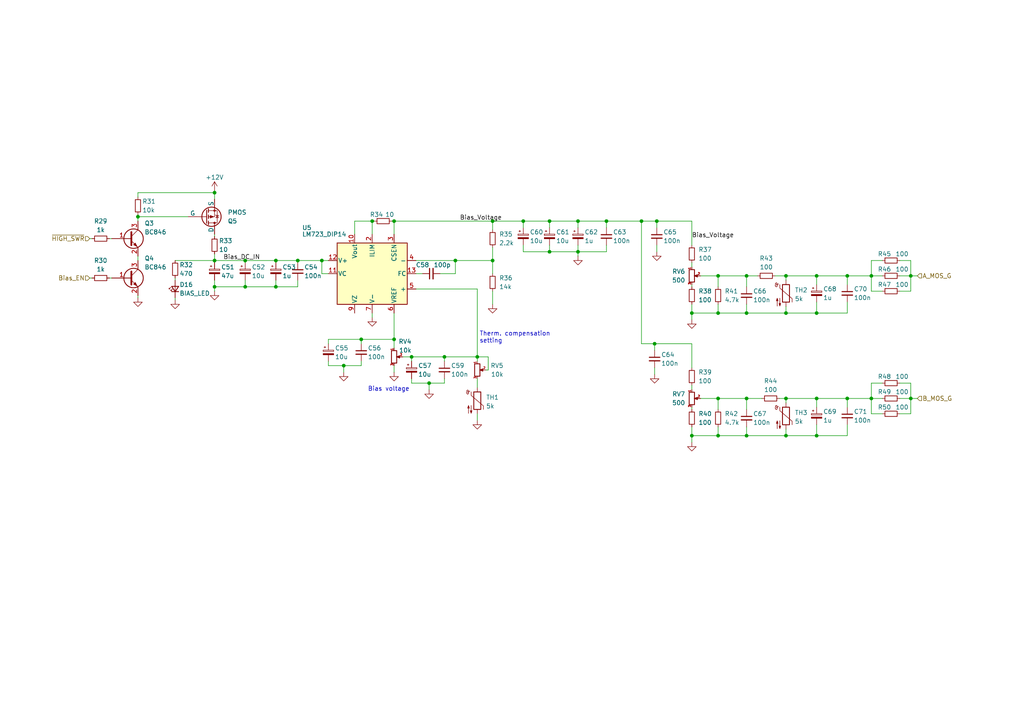
<source format=kicad_sch>
(kicad_sch (version 20230121) (generator eeschema)
  (paper "A4")
  (title_block (title "600 W LDMOS HF RF Amplifier - Forte") (date "2023-07-08") (rev "1.1") (company "SP6GK") (comment 1 "RF pallet") (comment 2 "Bias network"))
  (lib_symbols
    (symbol "Device:C_Polarized_Small" (pin_numbers hide) (pin_names (offset 0.254) hide)
      (property "Reference" "C" (at 0.254 1.778 0))
      (property "Value" "C_Polarized_Small" (at 0.254 -2.032 0))
      (symbol "C_Polarized_Small_0_1"
        (rectangle (start -1.524 -0.3048) (end 1.524 -0.6858) (fill (type outline)))
        (rectangle (start -1.524 0.6858) (end 1.524 0.3048))
        (polyline (pts (xy -1.27 1.524) (xy -0.762 1.524)))
        (polyline (pts (xy -1.016 1.27) (xy -1.016 1.778)))
      )
      (symbol "C_Polarized_Small_1_1"
        (pin passive line (at 0 2.54 270) (length 1.8542) (name "~") (number "1"))
        (pin passive line (at 0 -2.54 90) (length 1.8542) (name "~") (number "2"))
      )
    )
    (symbol "Device:C_Small" (pin_numbers hide) (pin_names (offset 0.254) hide)
      (property "Reference" "C" (at 0.254 1.778 0))
      (property "Value" "C_Small" (at 0.254 -2.032 0))
      (symbol "C_Small_0_1"
        (polyline (pts (xy -1.524 -0.508) (xy 1.524 -0.508)) (stroke (width 0.3302)))
        (polyline (pts (xy -1.524 0.508) (xy 1.524 0.508)) (stroke (width 0.3048)))
      )
      (symbol "C_Small_1_1"
        (pin passive line (at 0 2.54 270) (length 2.032) (name "~") (number "1"))
        (pin passive line (at 0 -2.54 90) (length 2.032) (name "~") (number "2"))
      )
    )
    (symbol "Device:LED_Small" (pin_numbers hide) (pin_names (offset 0.254) hide)
      (property "Reference" "D" (at -1.27 3.175 0))
      (property "Value" "LED_Small" (at -4.445 -2.54 0))
      (symbol "LED_Small_0_1"
        (polyline (pts (xy -0.762 -1.016) (xy -0.762 1.016)) (stroke (width 0.254)))
        (polyline (pts (xy 1.016 0) (xy -0.762 0)))
        (polyline (pts (xy 0.762 -1.016) (xy -0.762 0) (xy 0.762 1.016) (xy 0.762 -1.016)) (stroke (width 0.254)))
        (polyline (pts (xy 0 0.762) (xy -0.508 1.27) (xy -0.254 1.27) (xy -0.508 1.27) (xy -0.508 1.016)))
        (polyline (pts (xy 0.508 1.27) (xy 0 1.778) (xy 0.254 1.778) (xy 0 1.778) (xy 0 1.524)))
      )
      (symbol "LED_Small_1_1"
        (pin passive line (at -2.54 0 0) (length 1.778) (name "K") (number "1"))
        (pin passive line (at 2.54 0 180) (length 1.778) (name "A") (number "2"))
      )
    )
    (symbol "Device:R_Potentiometer_Small" (pin_names (offset 1.016) hide)
      (property "Reference" "RV" (at -4.445 0 90))
      (property "Value" "R_Potentiometer_Small" (at -2.54 0 90))
      (symbol "R_Potentiometer_Small_0_1"
        (polyline (pts (xy 0.889 0) (xy 0.635 0) (xy 1.651 0.381) (xy 1.651 -0.381) (xy 0.635 0) (xy 0.889 0)) (fill (type outline)))
        (rectangle (start 0.762 1.8034) (end -0.762 -1.8034) (stroke (width 0.254)))
      )
      (symbol "R_Potentiometer_Small_1_1"
        (pin passive line (at 0 2.54 270) (length 0.635) (name "1") (number "1"))
        (pin passive line (at 2.54 0 180) (length 0.9906) (name "2") (number "2"))
        (pin passive line (at 0 -2.54 90) (length 0.635) (name "3") (number "3"))
      )
    )
    (symbol "Device:R_Small" (pin_numbers hide) (pin_names (offset 0.254) hide)
      (property "Reference" "R" (at 0.762 0.508 0))
      (property "Value" "R_Small" (at 0.762 -1.016 0))
      (symbol "R_Small_0_1"
        (rectangle (start -0.762 1.778) (end 0.762 -1.778) (stroke (width 0.2032)))
      )
      (symbol "R_Small_1_1"
        (pin passive line (at 0 2.54 270) (length 0.762) (name "~") (number "1"))
        (pin passive line (at 0 -2.54 90) (length 0.762) (name "~") (number "2"))
      )
    )
    (symbol "Device:Thermistor_NTC" (pin_numbers hide) (pin_names (offset 0))
      (property "Reference" "TH" (at -4.445 0 90))
      (property "Value" "Thermistor_NTC" (at 3.175 0 90))
      (symbol "Thermistor_NTC_0_1"
        (arc (start -3.048 2.159) (mid -3.0495 2.3143) (end -3.175 2.413))
        (arc (start -3.048 2.159) (mid -2.9736 1.9794) (end -2.794 1.905))
        (arc (start -3.048 2.794) (mid -2.9736 2.6144) (end -2.794 2.54))
        (arc (start -2.794 1.905) (mid -2.6144 1.9794) (end -2.54 2.159))
        (arc (start -2.794 2.54) (mid -2.4393 2.5587) (end -2.159 2.794))
        (arc (start -2.794 3.048) (mid -2.9736 2.9736) (end -3.048 2.794))
        (arc (start -2.54 2.794) (mid -2.6144 2.9736) (end -2.794 3.048))
        (rectangle (start -1.016 2.54) (end 1.016 -2.54) (stroke (width 0.254)))
        (polyline (pts (xy -2.54 2.159) (xy -2.54 2.794)))
        (polyline (pts (xy -1.778 2.54) (xy -1.778 1.524) (xy 1.778 -1.524) (xy 1.778 -2.54)))
        (polyline (pts (xy -2.54 -3.683) (xy -2.54 -1.397) (xy -2.794 -2.159) (xy -2.286 -2.159) (xy -2.54 -1.397) (xy -2.54 -1.651)) (fill (type outline)))
        (polyline (pts (xy -1.778 -1.397) (xy -1.778 -3.683) (xy -2.032 -2.921) (xy -1.524 -2.921) (xy -1.778 -3.683) (xy -1.778 -3.429)) (fill (type outline)))
      )
      (symbol "Thermistor_NTC_1_1"
        (pin passive line (at 0 3.81 270) (length 1.27) (name "~") (number "1"))
        (pin passive line (at 0 -3.81 90) (length 1.27) (name "~") (number "2"))
      )
    )
    (symbol "LM723_DIP14_1" (pin_names (offset 0.254))
      (property "Reference" "U7" (at 8.255 12.065 0))
      (property "Value" "LM723_DIP14" (at 8.255 10.16 0))
      (symbol "LM723_DIP14_1_0_1"
        (rectangle (start -10.16 8.89) (end 10.16 -8.89) (stroke (width 0.254)) (fill (type background)))
      )
      (symbol "LM723_DIP14_1_1_1"
        (pin no_connect line (at -13.335 17.145 0) (length 2.54) hide (name "NC") (number "1"))
        (pin power_out line (at -5.08 11.43 270) (length 2.54) (name "Vout") (number "10"))
        (pin power_in line (at -12.7 0 0) (length 2.54) (name "VC") (number "11"))
        (pin power_in line (at -12.7 3.81 0) (length 2.54) (name "V+") (number "12"))
        (pin input line (at 12.7 0 180) (length 2.54) (name "FC") (number "13"))
        (pin no_connect line (at -19.685 17.78 0) (length 2.54) hide (name "NC") (number "14"))
        (pin input line (at 0 11.43 270) (length 2.54) (name "ILIM") (number "2"))
        (pin input line (at 6.35 11.43 270) (length 2.54) (name "CSEN") (number "3"))
        (pin input line (at 12.7 3.81 180) (length 2.54) (name "-") (number "4"))
        (pin input line (at 12.7 -4.445 180) (length 2.54) (name "+") (number "5"))
        (pin power_out line (at 6.35 -11.43 90) (length 2.54) (name "VREF") (number "6"))
        (pin power_in line (at 0 -11.43 90) (length 2.54) (name "V-") (number "7"))
        (pin no_connect line (at -8.89 18.415 0) (length 2.54) hide (name "NC") (number "8"))
        (pin input line (at -5.08 -11.43 90) (length 2.54) (name "VZ") (number "9"))
      )
    )
    (symbol "Simulation_SPICE:PMOS" (pin_numbers hide) (pin_names (offset 0))
      (property "Reference" "Q2" (at 6.35 1.27 0))
      (property "Value" "PMOS" (at 6.35 -1.27 0))
      (symbol "PMOS_0_1"
        (polyline (pts (xy 0.254 0) (xy -2.54 0)))
        (polyline (pts (xy 0.254 1.905) (xy 0.254 -1.905)) (stroke (width 0.254)))
        (polyline (pts (xy 0.762 -1.27) (xy 0.762 -2.286)) (stroke (width 0.254)))
        (polyline (pts (xy 0.762 0.508) (xy 0.762 -0.508)) (stroke (width 0.254)))
        (polyline (pts (xy 0.762 2.286) (xy 0.762 1.27)) (stroke (width 0.254)))
        (polyline (pts (xy 2.54 2.54) (xy 2.54 1.778)))
        (polyline (pts (xy 2.54 -2.54) (xy 2.54 0) (xy 0.762 0)))
        (polyline (pts (xy 0.762 1.778) (xy 3.302 1.778) (xy 3.302 -1.778) (xy 0.762 -1.778)))
        (polyline (pts (xy 2.286 0) (xy 1.27 0.381) (xy 1.27 -0.381) (xy 2.286 0)) (fill (type outline)))
        (polyline (pts (xy 2.794 -0.508) (xy 2.921 -0.381) (xy 3.683 -0.381) (xy 3.81 -0.254)))
        (polyline (pts (xy 3.302 -0.381) (xy 2.921 0.254) (xy 3.683 0.254) (xy 3.302 -0.381)))
        (circle (center 1.651 0) (radius 2.794) (stroke (width 0.254)))
        (circle (center 2.54 -1.778) (radius 0.254) (fill (type outline)))
        (circle (center 2.54 1.778) (radius 0.254) (fill (type outline)))
      )
      (symbol "PMOS_1_1"
        (pin input line (at -5.08 0 0) (length 2.54) (name "G") (number "1"))
        (pin passive line (at 2.54 -5.08 90) (length 2.54) (name "S") (number "2"))
        (pin passive line (at 2.54 5.08 270) (length 2.54) (name "D") (number "3"))
      )
    )
    (symbol "Transistor_BJT:BC846" (pin_names (offset 0) hide)
      (property "Reference" "Q" (at 5.08 1.905 0))
      (property "Value" "BC846" (at 5.08 0 0))
      (symbol "BC846_0_1"
        (polyline (pts (xy 0.635 0.635) (xy 2.54 2.54)))
        (polyline (pts (xy 0.635 -0.635) (xy 2.54 -2.54) (xy 2.54 -2.54)))
        (polyline (pts (xy 0.635 1.905) (xy 0.635 -1.905) (xy 0.635 -1.905)) (stroke (width 0.508)))
        (polyline (pts (xy 1.27 -1.778) (xy 1.778 -1.27) (xy 2.286 -2.286) (xy 1.27 -1.778) (xy 1.27 -1.778)) (fill (type outline)))
        (circle (center 1.27 0) (radius 2.8194) (stroke (width 0.254)))
      )
      (symbol "BC846_1_1"
        (pin input line (at -5.08 0 0) (length 5.715) (name "B") (number "1"))
        (pin passive line (at 2.54 -5.08 90) (length 2.54) (name "E") (number "2"))
        (pin passive line (at 2.54 5.08 270) (length 2.54) (name "C") (number "3"))
      )
    )
    (symbol "power:+12V" (power) (pin_names (offset 0))
      (property "Value" "+12V" (at 0 3.556 0))
      (symbol "+12V_0_1"
        (polyline (pts (xy -0.762 1.27) (xy 0 2.54)))
        (polyline (pts (xy 0 0) (xy 0 2.54)))
        (polyline (pts (xy 0 2.54) (xy 0.762 1.27)))
      )
      (symbol "+12V_1_1"
        (pin power_in line (at 0 0 90) (length 0) hide (name "+12V") (number "1"))
      )
    )
    (symbol "power:GND" (power) (pin_names (offset 0))
      (property "Value" "GND" (at 0 -3.81 0))
      (symbol "GND_0_1"
        (polyline (pts (xy 0 0) (xy 0 -1.27) (xy 1.27 -1.27) (xy 0 -2.54) (xy -1.27 -1.27) (xy 0 -1.27)))
      )
      (symbol "GND_1_1"
        (pin power_in line (at 0 0 270) (length 0) hide (name "GND") (number "1"))
      )
    )
  )
  (junction (at 236.855 80.01))
  (junction (at 124.46 111.125))
  (junction (at 227.965 90.805))
  (junction (at 71.12 83.185))
  (junction (at 190.5 64.135))
  (junction (at 159.385 73.025))
  (junction (at 107.95 64.135))
  (junction (at 86.36 75.565))
  (junction (at 104.775 98.425))
  (junction (at 62.23 75.565))
  (junction (at 99.695 106.045))
  (junction (at 216.535 115.57))
  (junction (at 151.765 64.135))
  (junction (at 200.66 90.805))
  (junction (at 40.005 62.865))
  (junction (at 167.64 73.025))
  (junction (at 142.875 64.135))
  (junction (at 200.66 126.365))
  (junction (at 216.535 90.805))
  (junction (at 71.12 75.565))
  (junction (at 114.3 98.425))
  (junction (at 189.865 99.695))
  (junction (at 227.965 80.01))
  (junction (at 114.3 64.135))
  (junction (at 175.895 64.135))
  (junction (at 208.28 90.805))
  (junction (at 80.01 75.565))
  (junction (at 167.64 64.135))
  (junction (at 216.535 126.365))
  (junction (at 227.965 126.365))
  (junction (at 236.855 115.57))
  (junction (at 132.08 75.565))
  (junction (at 236.855 126.365))
  (junction (at 208.28 126.365))
  (junction (at 159.385 64.135))
  (junction (at 245.745 115.57))
  (junction (at 93.345 75.565))
  (junction (at 264.16 80.01))
  (junction (at 264.16 115.57))
  (junction (at 252.73 115.57))
  (junction (at 128.905 103.505))
  (junction (at 62.23 83.185))
  (junction (at 208.28 115.57))
  (junction (at 138.43 103.505))
  (junction (at 216.535 80.01))
  (junction (at 80.01 83.185))
  (junction (at 142.875 75.565))
  (junction (at 186.055 64.135))
  (junction (at 62.23 55.88))
  (junction (at 236.855 90.805))
  (junction (at 119.38 103.505))
  (junction (at 252.73 80.01))
  (junction (at 227.965 115.57))
  (junction (at 208.28 80.01))
  (junction (at 245.745 80.01))
  (wire (pts (xy 99.695 106.045) (xy 99.695 107.95)))
  (wire (pts (xy 200.66 99.695) (xy 200.66 106.68)))
  (wire (pts (xy 167.64 71.12) (xy 167.64 73.025)))
  (wire (pts (xy 128.905 103.505) (xy 128.905 104.775)))
  (wire (pts (xy 252.73 115.57) (xy 255.905 115.57)))
  (wire (pts (xy 107.95 64.135) (xy 102.87 64.135)))
  (wire (pts (xy 120.65 75.565) (xy 132.08 75.565)))
  (wire (pts (xy 159.385 64.135) (xy 159.385 66.04)))
  (wire (pts (xy 175.895 64.135) (xy 175.895 66.04)))
  (wire (pts (xy 62.23 55.88) (xy 62.23 57.785)))
  (wire (pts (xy 159.385 64.135) (xy 167.64 64.135)))
  (wire (pts (xy 245.745 123.19) (xy 245.745 126.365)))
  (wire (pts (xy 141.605 103.505) (xy 138.43 103.505)))
  (wire (pts (xy 216.535 80.01) (xy 216.535 83.185)))
  (wire (pts (xy 95.25 79.375) (xy 93.345 79.375)))
  (wire (pts (xy 107.95 90.805) (xy 107.95 92.075)))
  (wire (pts (xy 189.865 99.695) (xy 186.055 99.695)))
  (wire (pts (xy 208.28 126.365) (xy 216.535 126.365)))
  (wire (pts (xy 190.5 71.12) (xy 190.5 73.025)))
  (wire (pts (xy 255.905 75.565) (xy 252.73 75.565)))
  (wire (pts (xy 203.2 80.01) (xy 208.28 80.01)))
  (wire (pts (xy 252.73 111.125) (xy 252.73 115.57)))
  (wire (pts (xy 175.895 71.12) (xy 175.895 73.025)))
  (wire (pts (xy 104.775 98.425) (xy 104.775 99.695)))
  (wire (pts (xy 252.73 75.565) (xy 252.73 80.01)))
  (wire (pts (xy 114.3 90.805) (xy 114.3 98.425)))
  (wire (pts (xy 208.28 126.365) (xy 208.28 123.825)))
  (wire (pts (xy 86.36 75.565) (xy 93.345 75.565)))
  (wire (pts (xy 227.965 88.9) (xy 227.965 90.805)))
  (wire (pts (xy 216.535 115.57) (xy 216.535 118.745)))
  (wire (pts (xy 71.12 75.565) (xy 80.01 75.565)))
  (wire (pts (xy 236.855 115.57) (xy 245.745 115.57)))
  (wire (pts (xy 216.535 90.805) (xy 216.535 88.265)))
  (wire (pts (xy 167.64 73.025) (xy 175.895 73.025)))
  (wire (pts (xy 200.66 90.805) (xy 208.28 90.805)))
  (wire (pts (xy 236.855 82.55) (xy 236.855 80.01)))
  (wire (pts (xy 208.28 80.01) (xy 208.28 83.185)))
  (wire (pts (xy 200.66 126.365) (xy 208.28 126.365)))
  (wire (pts (xy 86.36 81.28) (xy 86.36 83.185)))
  (wire (pts (xy 99.695 106.045) (xy 95.25 106.045)))
  (wire (pts (xy 200.66 82.55) (xy 200.66 83.185)))
  (wire (pts (xy 124.46 111.125) (xy 128.905 111.125)))
  (wire (pts (xy 189.865 101.6) (xy 189.865 99.695)))
  (wire (pts (xy 104.775 104.775) (xy 104.775 106.045)))
  (wire (pts (xy 167.64 64.135) (xy 167.64 66.04)))
  (wire (pts (xy 227.965 124.46) (xy 227.965 126.365)))
  (wire (pts (xy 113.665 64.135) (xy 114.3 64.135)))
  (wire (pts (xy 31.75 69.215) (xy 32.385 69.215)))
  (wire (pts (xy 142.875 84.455) (xy 142.875 88.265)))
  (wire (pts (xy 255.905 120.015) (xy 252.73 120.015)))
  (wire (pts (xy 236.855 118.11) (xy 236.855 115.57)))
  (wire (pts (xy 159.385 71.12) (xy 159.385 73.025)))
  (wire (pts (xy 151.765 73.025) (xy 159.385 73.025)))
  (wire (pts (xy 119.38 109.855) (xy 119.38 111.125)))
  (wire (pts (xy 62.23 83.185) (xy 62.23 84.455)))
  (wire (pts (xy 200.66 111.76) (xy 200.66 113.03)))
  (wire (pts (xy 227.965 80.01) (xy 227.965 81.28)))
  (wire (pts (xy 114.3 64.135) (xy 142.875 64.135)))
  (wire (pts (xy 127.635 79.375) (xy 132.08 79.375)))
  (wire (pts (xy 93.345 75.565) (xy 93.345 79.375)))
  (wire (pts (xy 252.73 80.01) (xy 255.905 80.01)))
  (wire (pts (xy 252.73 115.57) (xy 252.73 120.015)))
  (wire (pts (xy 140.97 107.315) (xy 141.605 107.315)))
  (wire (pts (xy 26.035 69.215) (xy 26.67 69.215)))
  (wire (pts (xy 208.28 90.805) (xy 216.535 90.805)))
  (wire (pts (xy 236.855 80.01) (xy 245.745 80.01)))
  (wire (pts (xy 186.055 64.135) (xy 190.5 64.135)))
  (wire (pts (xy 224.79 80.01) (xy 227.965 80.01)))
  (wire (pts (xy 236.855 90.805) (xy 245.745 90.805)))
  (wire (pts (xy 142.875 75.565) (xy 142.875 79.375)))
  (wire (pts (xy 26.035 80.645) (xy 26.67 80.645)))
  (wire (pts (xy 151.765 64.135) (xy 159.385 64.135)))
  (wire (pts (xy 40.005 55.88) (xy 62.23 55.88)))
  (wire (pts (xy 260.985 75.565) (xy 264.16 75.565)))
  (wire (pts (xy 208.28 115.57) (xy 216.535 115.57)))
  (wire (pts (xy 200.66 76.2) (xy 200.66 77.47)))
  (wire (pts (xy 132.08 75.565) (xy 142.875 75.565)))
  (wire (pts (xy 93.345 75.565) (xy 95.25 75.565)))
  (wire (pts (xy 189.865 106.68) (xy 189.865 108.585)))
  (wire (pts (xy 40.005 85.725) (xy 40.005 86.36)))
  (wire (pts (xy 260.985 120.015) (xy 264.16 120.015)))
  (wire (pts (xy 80.01 83.185) (xy 86.36 83.185)))
  (wire (pts (xy 264.16 115.57) (xy 264.16 120.015)))
  (wire (pts (xy 80.01 81.28) (xy 80.01 83.185)))
  (wire (pts (xy 40.005 55.88) (xy 40.005 57.15)))
  (wire (pts (xy 151.765 71.12) (xy 151.765 73.025)))
  (wire (pts (xy 62.23 81.28) (xy 62.23 83.185)))
  (wire (pts (xy 138.43 103.505) (xy 138.43 83.82)))
  (wire (pts (xy 189.865 99.695) (xy 200.66 99.695)))
  (wire (pts (xy 227.965 126.365) (xy 236.855 126.365)))
  (wire (pts (xy 138.43 103.505) (xy 138.43 104.775)))
  (wire (pts (xy 116.84 103.505) (xy 119.38 103.505)))
  (wire (pts (xy 264.16 111.125) (xy 264.16 115.57)))
  (wire (pts (xy 200.66 126.365) (xy 200.66 128.27)))
  (wire (pts (xy 245.745 80.01) (xy 252.73 80.01)))
  (wire (pts (xy 236.855 123.19) (xy 236.855 126.365)))
  (wire (pts (xy 151.765 64.135) (xy 151.765 66.04)))
  (wire (pts (xy 138.43 120.015) (xy 138.43 121.92)))
  (wire (pts (xy 50.8 75.565) (xy 62.23 75.565)))
  (wire (pts (xy 62.23 67.945) (xy 62.23 68.58)))
  (wire (pts (xy 245.745 118.11) (xy 245.745 115.57)))
  (wire (pts (xy 40.005 62.865) (xy 54.61 62.865)))
  (wire (pts (xy 108.585 64.135) (xy 107.95 64.135)))
  (wire (pts (xy 226.06 115.57) (xy 227.965 115.57)))
  (wire (pts (xy 208.28 115.57) (xy 208.28 118.745)))
  (wire (pts (xy 200.66 90.805) (xy 200.66 92.71)))
  (wire (pts (xy 71.12 81.28) (xy 71.12 83.185)))
  (wire (pts (xy 227.965 90.805) (xy 236.855 90.805)))
  (wire (pts (xy 203.2 115.57) (xy 208.28 115.57)))
  (wire (pts (xy 245.745 82.55) (xy 245.745 80.01)))
  (wire (pts (xy 50.8 86.36) (xy 50.8 86.995)))
  (wire (pts (xy 264.16 115.57) (xy 266.065 115.57)))
  (wire (pts (xy 190.5 66.04) (xy 190.5 64.135)))
  (wire (pts (xy 245.745 115.57) (xy 252.73 115.57)))
  (wire (pts (xy 120.65 79.375) (xy 122.555 79.375)))
  (wire (pts (xy 124.46 111.125) (xy 124.46 113.03)))
  (wire (pts (xy 216.535 126.365) (xy 216.535 123.825)))
  (wire (pts (xy 62.23 73.66) (xy 62.23 75.565)))
  (wire (pts (xy 80.01 75.565) (xy 80.01 76.2)))
  (wire (pts (xy 138.43 109.855) (xy 138.43 112.395)))
  (wire (pts (xy 264.16 75.565) (xy 264.16 80.01)))
  (wire (pts (xy 132.08 79.375) (xy 132.08 75.565)))
  (wire (pts (xy 62.23 75.565) (xy 62.23 76.2)))
  (wire (pts (xy 104.775 106.045) (xy 99.695 106.045)))
  (wire (pts (xy 114.3 106.045) (xy 114.3 107.95)))
  (wire (pts (xy 200.66 118.11) (xy 200.66 118.745)))
  (wire (pts (xy 200.66 64.135) (xy 200.66 71.12)))
  (wire (pts (xy 62.23 75.565) (xy 71.12 75.565)))
  (wire (pts (xy 31.75 80.645) (xy 32.385 80.645)))
  (wire (pts (xy 40.005 62.23) (xy 40.005 62.865)))
  (wire (pts (xy 227.965 115.57) (xy 227.965 116.84)))
  (wire (pts (xy 167.64 73.025) (xy 167.64 74.295)))
  (wire (pts (xy 107.95 64.135) (xy 107.95 67.945)))
  (wire (pts (xy 114.3 98.425) (xy 114.3 100.965)))
  (wire (pts (xy 114.3 98.425) (xy 104.775 98.425)))
  (wire (pts (xy 216.535 126.365) (xy 227.965 126.365)))
  (wire (pts (xy 102.87 64.135) (xy 102.87 67.945)))
  (wire (pts (xy 208.28 80.01) (xy 216.535 80.01)))
  (wire (pts (xy 142.875 64.135) (xy 151.765 64.135)))
  (wire (pts (xy 236.855 126.365) (xy 245.745 126.365)))
  (wire (pts (xy 260.985 111.125) (xy 264.16 111.125)))
  (wire (pts (xy 190.5 64.135) (xy 200.66 64.135)))
  (wire (pts (xy 260.985 80.01) (xy 264.16 80.01)))
  (wire (pts (xy 227.965 115.57) (xy 236.855 115.57)))
  (wire (pts (xy 260.985 115.57) (xy 264.16 115.57)))
  (wire (pts (xy 40.005 62.865) (xy 40.005 64.135)))
  (wire (pts (xy 142.875 66.675) (xy 142.875 64.135)))
  (wire (pts (xy 95.25 98.425) (xy 104.775 98.425)))
  (wire (pts (xy 200.66 123.825) (xy 200.66 126.365)))
  (wire (pts (xy 186.055 99.695) (xy 186.055 64.135)))
  (wire (pts (xy 208.28 90.805) (xy 208.28 88.265)))
  (wire (pts (xy 252.73 80.01) (xy 252.73 84.455)))
  (wire (pts (xy 80.01 75.565) (xy 86.36 75.565)))
  (wire (pts (xy 62.23 55.245) (xy 62.23 55.88)))
  (wire (pts (xy 167.64 64.135) (xy 175.895 64.135)))
  (wire (pts (xy 119.38 111.125) (xy 124.46 111.125)))
  (wire (pts (xy 245.745 87.63) (xy 245.745 90.805)))
  (wire (pts (xy 95.25 106.045) (xy 95.25 104.775)))
  (wire (pts (xy 216.535 115.57) (xy 220.98 115.57)))
  (wire (pts (xy 138.43 83.82) (xy 120.65 83.82)))
  (wire (pts (xy 62.23 83.185) (xy 71.12 83.185)))
  (wire (pts (xy 216.535 80.01) (xy 219.71 80.01)))
  (wire (pts (xy 141.605 107.315) (xy 141.605 103.505)))
  (wire (pts (xy 264.16 80.01) (xy 266.065 80.01)))
  (wire (pts (xy 128.905 103.505) (xy 138.43 103.505)))
  (wire (pts (xy 255.905 111.125) (xy 252.73 111.125)))
  (wire (pts (xy 200.66 88.265) (xy 200.66 90.805)))
  (wire (pts (xy 260.985 84.455) (xy 264.16 84.455)))
  (wire (pts (xy 236.855 87.63) (xy 236.855 90.805)))
  (wire (pts (xy 175.895 64.135) (xy 186.055 64.135)))
  (wire (pts (xy 95.25 99.695) (xy 95.25 98.425)))
  (wire (pts (xy 227.965 80.01) (xy 236.855 80.01)))
  (wire (pts (xy 40.005 74.295) (xy 40.005 75.565)))
  (wire (pts (xy 71.12 83.185) (xy 80.01 83.185)))
  (wire (pts (xy 128.905 109.855) (xy 128.905 111.125)))
  (wire (pts (xy 119.38 103.505) (xy 128.905 103.505)))
  (wire (pts (xy 114.3 64.135) (xy 114.3 67.945)))
  (wire (pts (xy 216.535 90.805) (xy 227.965 90.805)))
  (wire (pts (xy 119.38 103.505) (xy 119.38 104.775)))
  (wire (pts (xy 255.905 84.455) (xy 252.73 84.455)))
  (wire (pts (xy 71.12 75.565) (xy 71.12 76.2)))
  (wire (pts (xy 264.16 80.01) (xy 264.16 84.455)))
  (wire (pts (xy 142.875 71.755) (xy 142.875 75.565)))
  (wire (pts (xy 86.36 75.565) (xy 86.36 76.2)))
  (wire (pts (xy 50.8 80.645) (xy 50.8 81.28)))
  (wire (pts (xy 159.385 73.025) (xy 167.64 73.025)))
  (text "Bias voltage" (at 106.68 113.665 0) (effects (font (size 1.27 1.27)) (justify left bottom)))
  (text "Therm. compensation\nsetting" (at 139.065 99.695 0) (effects (font (size 1.27 1.27)) (justify left bottom)))
  (label "Bias_Voltage" (at 200.66 69.215 0))
  (label "Bias_DC_IN" (at 64.77 75.565 0))
  (label "Bias_Voltage" (at 133.35 64.135 0))
  (hierarchical_label "A_MOS_G" (shape input) (at 266.065 80.01 0))
  (hierarchical_label "~{HIGH_SWR}" (shape input) (at 26.035 69.215 180))
  (hierarchical_label "Bias_EN" (shape input) (at 26.035 80.645 180))
  (hierarchical_label "B_MOS_G" (shape input) (at 266.065 115.57 0))
  (symbol (lib_id "Device:R_Small") (at 200.66 73.66 0) (unit 1)
    (property "Reference" "R37" (at 202.565 72.39 0) (effects (justify left)))
    (property "Value" "100" (at 202.565 74.93 0) (effects (justify left)))
    (property "Footprint" "Resistor_SMD:R_1812_4532Metric_Pad1.30x3.40mm_HandSolder" (effects hide))
  )
  (symbol (lib_id "Simulation_SPICE:PMOS") (at 59.69 62.865 0) (mirror x) (unit 1)
    (property "Reference" "Q5" (at 66.04 64.135 0) (effects (justify left)))
    (property "Value" "PMOS" (at 66.04 61.595 0) (effects (justify left)))
    (property "Footprint" "Package_TO_SOT_SMD:SOT-23" (effects hide))
    (property "Datasheet" "https://ngspice.sourceforge.io/docs/ngspice-manual.pdf" (effects hide))
    (property "Sim.Device" "PMOS" (effects hide))
    (property "Sim.Type" "VDMOS" (effects hide))
    (property "Sim.Pins" "1=D 2=G 3=S" (effects hide))
  )
  (symbol (lib_id "Device:R_Small") (at 29.21 69.215 90) (unit 1)
    (property "Reference" "R29" (at 29.21 64.135 90))
    (property "Value" "1k" (at 29.21 66.675 90))
    (property "Footprint" "Resistor_SMD:R_0603_1608Metric_Pad0.98x0.95mm_HandSolder" (effects hide))
  )
  (symbol (lib_id "Device:C_Polarized_Small") (at 236.855 85.09 0) (unit 1)
    (property "Reference" "C68" (at 238.76 83.82 0) (effects (justify left)))
    (property "Value" "1u" (at 238.76 86.36 0) (effects (justify left)))
    (property "Footprint" "Capacitor_SMD:C_0805_2012Metric_Pad1.18x1.45mm_HandSolder" (effects hide))
  )
  (symbol (lib_id "power:GND") (at 40.005 86.36 0) (unit 1)
    (property "Reference" "#PWR056" (effects hide))
    (property "Value" "GND" (effects hide))
  )
  (symbol (lib_id "Device:C_Small") (at 104.775 102.235 0) (unit 1)
    (property "Reference" "C56" (at 106.68 100.965 0) (effects (justify left)))
    (property "Value" "100n" (at 106.68 103.505 0) (effects (justify left)))
    (property "Footprint" "Capacitor_SMD:C_0805_2012Metric_Pad1.18x1.45mm_HandSolder" (effects hide))
  )
  (symbol (lib_id "Device:R_Small") (at 29.21 80.645 90) (unit 1)
    (property "Reference" "R30" (at 29.21 75.565 90))
    (property "Value" "1k" (at 29.21 78.105 90))
    (property "Footprint" "Resistor_SMD:R_0603_1608Metric_Pad0.98x0.95mm_HandSolder" (effects hide))
  )
  (symbol (lib_id "power:GND") (at 190.5 73.025 0) (unit 1)
    (property "Reference" "#PWR068" (effects hide))
    (property "Value" "GND" (effects hide))
  )
  (symbol (lib_id "Device:R_Small") (at 200.66 109.22 0) (unit 1)
    (property "Reference" "R39" (at 202.565 107.95 0) (effects (justify left)))
    (property "Value" "100" (at 202.565 110.49 0) (effects (justify left)))
    (property "Footprint" "Resistor_SMD:R_1812_4532Metric_Pad1.30x3.40mm_HandSolder" (effects hide))
  )
  (symbol (lib_id "Device:R_Small") (at 223.52 115.57 90) (unit 1)
    (property "Reference" "R44" (at 223.52 110.49 90))
    (property "Value" "100" (at 223.52 113.03 90))
    (property "Footprint" "Resistor_SMD:R_1812_4532Metric_Pad1.30x3.40mm_HandSolder" (effects hide))
  )
  (symbol (lib_id "Device:R_Small") (at 142.875 69.215 0) (unit 1)
    (property "Reference" "R35" (at 144.78 67.945 0) (effects (justify left)))
    (property "Value" "2.2k" (at 144.78 70.485 0) (effects (justify left)))
    (property "Footprint" "Resistor_SMD:R_0805_2012Metric_Pad1.20x1.40mm_HandSolder" (effects hide))
  )
  (symbol (lib_id "Device:C_Small") (at 216.535 121.285 0) (unit 1)
    (property "Reference" "C67" (at 218.44 120.015 0) (effects (justify left)))
    (property "Value" "100n" (at 218.44 122.555 0) (effects (justify left)))
    (property "Footprint" "Capacitor_SMD:C_0805_2012Metric_Pad1.18x1.45mm_HandSolder" (effects hide))
  )
  (symbol (lib_id "power:GND") (at 189.865 108.585 0) (unit 1)
    (property "Reference" "#PWR067" (effects hide))
    (property "Value" "GND" (effects hide))
  )
  (symbol (lib_id "Device:C_Polarized_Small") (at 159.385 68.58 0) (unit 1)
    (property "Reference" "C61" (at 161.29 67.31 0) (effects (justify left)))
    (property "Value" "10u" (at 161.29 69.85 0) (effects (justify left)))
    (property "Footprint" "Capacitor_SMD:C_0805_2012Metric_Pad1.18x1.45mm_HandSolder" (effects hide))
  )
  (symbol (lib_id "Device:C_Small") (at 216.535 85.725 0) (unit 1)
    (property "Reference" "C66" (at 218.44 84.455 0) (effects (justify left)))
    (property "Value" "100n" (at 218.44 86.995 0) (effects (justify left)))
    (property "Footprint" "Capacitor_SMD:C_0805_2012Metric_Pad1.18x1.45mm_HandSolder" (effects hide))
  )
  (symbol (lib_id "Device:C_Small") (at 189.865 104.14 0) (unit 1)
    (property "Reference" "C64" (at 191.77 102.87 0) (effects (justify left)))
    (property "Value" "100n" (at 191.77 105.41 0) (effects (justify left)))
    (property "Footprint" "Capacitor_SMD:C_0805_2012Metric_Pad1.18x1.45mm_HandSolder" (effects hide))
  )
  (symbol (lib_id "power:GND") (at 99.695 107.95 0) (unit 1)
    (property "Reference" "#PWR060" (effects hide))
    (property "Value" "GND" (effects hide))
  )
  (symbol (lib_id "Transistor_BJT:BC846") (at 37.465 80.645 0) (unit 1)
    (property "Reference" "Q4" (at 41.91 74.93 0) (effects (justify left)))
    (property "Value" "BC846" (at 41.91 77.47 0) (effects (justify left)))
    (property "Footprint" "Package_TO_SOT_SMD:SOT-23" (effects hide))
    (property "Datasheet" "https://assets.nexperia.com/documents/data-sheet/BC846_SER.pdf" (effects hide))
  )
  (symbol (lib_id "Device:C_Small") (at 175.895 68.58 0) (unit 1)
    (property "Reference" "C63" (at 177.8 67.31 0) (effects (justify left)))
    (property "Value" "100n" (at 177.8 69.85 0) (effects (justify left)))
    (property "Footprint" "Capacitor_SMD:C_0805_2012Metric_Pad1.18x1.45mm_HandSolder" (effects hide))
  )
  (symbol (lib_id "Device:R_Small") (at 208.28 121.285 0) (unit 1)
    (property "Reference" "R42" (at 210.185 120.015 0) (effects (justify left)))
    (property "Value" "4.7k" (at 210.185 122.555 0) (effects (justify left)))
    (property "Footprint" "Capacitor_SMD:C_0805_2012Metric_Pad1.18x1.45mm_HandSolder" (effects hide))
  )
  (symbol (lib_id "power:GND") (at 167.64 74.295 0) (unit 1)
    (property "Reference" "#PWR066" (effects hide))
    (property "Value" "GND" (effects hide))
  )
  (symbol (lib_id "Device:LED_Small") (at 50.8 83.82 90) (unit 1)
    (property "Reference" "D16" (at 52.07 82.55 90) (effects (justify right)))
    (property "Value" "BIAS_LED" (at 52.07 85.09 90) (effects (justify right)))
    (property "Footprint" "LED_SMD:LED_0805_2012Metric_Pad1.15x1.40mm_HandSolder" (effects hide))
  )
  (symbol (lib_id "power:GND") (at 114.3 107.95 0) (unit 1)
    (property "Reference" "#PWR062" (effects hide))
    (property "Value" "GND" (effects hide))
  )
  (symbol (lib_id "Device:C_Polarized_Small") (at 236.855 120.65 0) (unit 1)
    (property "Reference" "C69" (at 238.76 119.38 0) (effects (justify left)))
    (property "Value" "1u" (at 238.76 121.92 0) (effects (justify left)))
    (property "Footprint" "Capacitor_SMD:C_0805_2012Metric_Pad1.18x1.45mm_HandSolder" (effects hide))
  )
  (symbol (lib_id "Device:R_Small") (at 258.445 75.565 90) (unit 1)
    (property "Reference" "R45" (at 256.54 73.66 90))
    (property "Value" "100" (at 261.62 73.66 90))
    (property "Footprint" "Resistor_SMD:R_1812_4532Metric_Pad1.30x3.40mm_HandSolder" (effects hide))
  )
  (symbol (lib_id "Device:C_Small") (at 125.095 79.375 90) (unit 1)
    (property "Reference" "C58" (at 122.555 76.835 90))
    (property "Value" "100p" (at 128.27 76.835 90))
    (property "Footprint" "Capacitor_SMD:C_1206_3216Metric_Pad1.33x1.80mm_HandSolder" (effects hide))
  )
  (symbol (lib_id "power:GND") (at 50.8 86.995 0) (unit 1)
    (property "Reference" "#PWR057" (effects hide))
    (property "Value" "GND" (effects hide))
  )
  (symbol (lib_id "Device:R_Potentiometer_Small") (at 200.66 115.57 0) (unit 1)
    (property "Reference" "RV7" (at 198.755 114.3 0) (effects (justify right)))
    (property "Value" "500" (at 198.755 116.84 0) (effects (justify right)))
    (property "Footprint" "Potentiometer_SMD:Potentiometer_Bourns_3269W_Vertical" (effects hide))
  )
  (symbol (lib_id "power:GND") (at 142.875 88.265 0) (unit 1)
    (property "Reference" "#PWR065" (effects hide))
    (property "Value" "GND" (effects hide))
  )
  (symbol (lib_id "Device:R_Small") (at 258.445 115.57 90) (unit 1)
    (property "Reference" "R49" (at 256.54 113.665 90))
    (property "Value" "100" (at 261.62 113.665 90))
    (property "Footprint" "Resistor_SMD:R_1812_4532Metric_Pad1.30x3.40mm_HandSolder" (effects hide))
  )
  (symbol (lib_id "Device:C_Polarized_Small") (at 151.765 68.58 0) (unit 1)
    (property "Reference" "C60" (at 153.67 67.31 0) (effects (justify left)))
    (property "Value" "10u" (at 153.67 69.85 0) (effects (justify left)))
    (property "Footprint" "Capacitor_SMD:C_0805_2012Metric_Pad1.18x1.45mm_HandSolder" (effects hide))
  )
  (symbol (lib_id "power:GND") (at 62.23 84.455 0) (unit 1)
    (property "Reference" "#PWR059" (effects hide))
    (property "Value" "GND" (effects hide))
  )
  (symbol (lib_id "Device:C_Small") (at 245.745 120.65 0) (unit 1)
    (property "Reference" "C71" (at 247.65 119.38 0) (effects (justify left)))
    (property "Value" "100n" (at 247.65 121.92 0) (effects (justify left)))
    (property "Footprint" "Capacitor_SMD:C_0805_2012Metric_Pad1.18x1.45mm_HandSolder" (effects hide))
  )
  (symbol (lib_id "Device:R_Small") (at 208.28 85.725 0) (unit 1)
    (property "Reference" "R41" (at 210.185 84.455 0) (effects (justify left)))
    (property "Value" "4.7k" (at 210.185 86.995 0) (effects (justify left)))
    (property "Footprint" "Capacitor_SMD:C_0805_2012Metric_Pad1.18x1.45mm_HandSolder" (effects hide))
  )
  (symbol (lib_id "Device:R_Small") (at 258.445 111.125 90) (unit 1)
    (property "Reference" "R48" (at 256.54 109.22 90))
    (property "Value" "100" (at 261.62 109.22 90))
    (property "Footprint" "Resistor_SMD:R_1812_4532Metric_Pad1.30x3.40mm_HandSolder" (effects hide))
  )
  (symbol (lib_id "Device:C_Small") (at 86.36 78.74 0) (unit 1)
    (property "Reference" "C54" (at 88.265 77.47 0) (effects (justify left)))
    (property "Value" "100n" (at 88.265 80.01 0) (effects (justify left)))
    (property "Footprint" "Capacitor_SMD:C_0805_2012Metric_Pad1.18x1.45mm_HandSolder" (effects hide))
  )
  (symbol (lib_id "Device:C_Polarized_Small") (at 62.23 78.74 0) (unit 1)
    (property "Reference" "C51" (at 64.135 77.47 0) (effects (justify left)))
    (property "Value" "47u" (at 64.135 80.01 0) (effects (justify left)))
    (property "Footprint" "Capacitor_SMD:CP_Elec_10x10.5" (effects hide))
  )
  (symbol (lib_id "Device:C_Small") (at 128.905 107.315 0) (unit 1)
    (property "Reference" "C59" (at 130.81 106.045 0) (effects (justify left)))
    (property "Value" "100n" (at 130.81 108.585 0) (effects (justify left)))
    (property "Footprint" "Capacitor_SMD:C_0805_2012Metric_Pad1.18x1.45mm_HandSolder" (effects hide))
  )
  (symbol (lib_id "Device:Thermistor_NTC") (at 138.43 116.205 0) (unit 1)
    (property "Reference" "TH1" (at 140.97 115.2525 0) (effects (justify left)))
    (property "Value" "5k" (at 140.97 117.7925 0) (effects (justify left)))
    (property "Footprint" "Resistor_THT:R_Axial_DIN0207_L6.3mm_D2.5mm_P2.54mm_Vertical" (effects hide))
  )
  (symbol (lib_id "Device:R_Small") (at 200.66 121.285 0) (unit 1)
    (property "Reference" "R40" (at 202.565 120.015 0) (effects (justify left)))
    (property "Value" "100" (at 202.565 122.555 0) (effects (justify left)))
    (property "Footprint" "Resistor_SMD:R_1812_4532Metric_Pad1.30x3.40mm_HandSolder" (effects hide))
  )
  (symbol (lib_id "Device:R_Small") (at 200.66 85.725 0) (unit 1)
    (property "Reference" "R38" (at 202.565 84.455 0) (effects (justify left)))
    (property "Value" "100" (at 202.565 86.995 0) (effects (justify left)))
    (property "Footprint" "Resistor_SMD:R_1812_4532Metric_Pad1.30x3.40mm_HandSolder" (effects hide))
  )
  (symbol (lib_id "Device:R_Small") (at 111.125 64.135 90) (unit 1)
    (property "Reference" "R34" (at 109.22 62.23 90))
    (property "Value" "10" (at 113.03 62.23 90))
    (property "Footprint" "Resistor_SMD:R_0805_2012Metric_Pad1.20x1.40mm_HandSolder" (effects hide))
  )
  (symbol (lib_id "Device:R_Small") (at 62.23 71.12 0) (unit 1)
    (property "Reference" "R33" (at 63.5 69.85 0) (effects (justify left)))
    (property "Value" "10" (at 63.5 72.39 0) (effects (justify left)))
    (property "Footprint" "Resistor_SMD:R_0805_2012Metric_Pad1.20x1.40mm_HandSolder" (effects hide))
  )
  (symbol (lib_id "Device:Thermistor_NTC") (at 227.965 120.65 0) (unit 1)
    (property "Reference" "TH3" (at 230.505 119.6975 0) (effects (justify left)))
    (property "Value" "5k" (at 230.505 122.2375 0) (effects (justify left)))
    (property "Footprint" "Resistor_THT:R_Axial_DIN0207_L6.3mm_D2.5mm_P2.54mm_Vertical" (effects hide))
  )
  (symbol (lib_id "Device:C_Polarized_Small") (at 167.64 68.58 0) (unit 1)
    (property "Reference" "C62" (at 169.545 67.31 0) (effects (justify left)))
    (property "Value" "1u" (at 169.545 69.85 0) (effects (justify left)))
    (property "Footprint" "Capacitor_SMD:C_0805_2012Metric_Pad1.18x1.45mm_HandSolder" (effects hide))
  )
  (symbol (lib_id "power:GND") (at 107.95 92.075 0) (unit 1)
    (property "Reference" "#PWR061" (effects hide))
    (property "Value" "GND" (effects hide))
  )
  (symbol (lib_id "power:GND") (at 200.66 128.27 0) (unit 1)
    (property "Reference" "#PWR070" (effects hide))
    (property "Value" "GND" (effects hide))
  )
  (symbol (lib_id "Device:C_Polarized_Small") (at 95.25 102.235 0) (unit 1)
    (property "Reference" "C55" (at 97.155 100.965 0) (effects (justify left)))
    (property "Value" "10u" (at 97.155 103.505 0) (effects (justify left)))
    (property "Footprint" "Capacitor_SMD:C_0805_2012Metric_Pad1.18x1.45mm_HandSolder" (effects hide))
  )
  (symbol (lib_id "Device:C_Polarized_Small") (at 119.38 107.315 0) (unit 1)
    (property "Reference" "C57" (at 121.285 106.045 0) (effects (justify left)))
    (property "Value" "10u" (at 121.285 108.585 0) (effects (justify left)))
    (property "Footprint" "Capacitor_SMD:C_0805_2012Metric_Pad1.18x1.45mm_HandSolder" (effects hide))
  )
  (symbol (lib_id "Device:C_Polarized_Small") (at 71.12 78.74 0) (unit 1)
    (property "Reference" "C52" (at 73.025 77.47 0) (effects (justify left)))
    (property "Value" "10u" (at 73.025 80.01 0) (effects (justify left)))
    (property "Footprint" "Capacitor_SMD:C_0805_2012Metric_Pad1.18x1.45mm_HandSolder" (effects hide))
  )
  (symbol (lib_id "Device:Thermistor_NTC") (at 227.965 85.09 0) (unit 1)
    (property "Reference" "TH2" (at 230.505 84.1375 0) (effects (justify left)))
    (property "Value" "5k" (at 230.505 86.6775 0) (effects (justify left)))
    (property "Footprint" "Resistor_THT:R_Axial_DIN0207_L6.3mm_D2.5mm_P2.54mm_Vertical" (effects hide))
  )
  (symbol (lib_id "Device:R_Small") (at 258.445 84.455 90) (unit 1)
    (property "Reference" "R47" (at 256.54 82.55 90))
    (property "Value" "100" (at 261.62 82.55 90))
    (property "Footprint" "Resistor_SMD:R_1812_4532Metric_Pad1.30x3.40mm_HandSolder" (effects hide))
  )
  (symbol (lib_id "Device:R_Small") (at 258.445 80.01 90) (unit 1)
    (property "Reference" "R46" (at 256.54 78.105 90))
    (property "Value" "100" (at 261.62 78.105 90))
    (property "Footprint" "Resistor_SMD:R_1812_4532Metric_Pad1.30x3.40mm_HandSolder" (effects hide))
  )
  (symbol (lib_id "Device:R_Small") (at 50.8 78.105 0) (unit 1)
    (property "Reference" "R32" (at 52.07 76.835 0) (effects (justify left)))
    (property "Value" "470" (at 52.07 79.375 0) (effects (justify left)))
    (property "Footprint" "Resistor_SMD:R_0805_2012Metric_Pad1.20x1.40mm_HandSolder" (effects hide))
  )
  (symbol (lib_id "power:GND") (at 124.46 113.03 0) (unit 1)
    (property "Reference" "#PWR063" (effects hide))
    (property "Value" "GND" (effects hide))
  )
  (symbol (lib_id "Device:R_Potentiometer_Small") (at 138.43 107.315 0) (unit 1)
    (property "Reference" "RV5" (at 146.05 106.045 0) (effects (justify right)))
    (property "Value" "10k" (at 146.05 108.585 0) (effects (justify right)))
    (property "Footprint" "Potentiometer_SMD:Potentiometer_Bourns_3269W_Vertical" (effects hide))
  )
  (symbol (lib_id "power:GND") (at 200.66 92.71 0) (unit 1)
    (property "Reference" "#PWR069" (effects hide))
    (property "Value" "GND" (effects hide))
  )
  (symbol (lib_id "Device:R_Small") (at 258.445 120.015 90) (unit 1)
    (property "Reference" "R50" (at 256.54 118.11 90))
    (property "Value" "100" (at 261.62 118.11 90))
    (property "Footprint" "Resistor_SMD:R_1812_4532Metric_Pad1.30x3.40mm_HandSolder" (effects hide))
  )
  (symbol (lib_id "Device:R_Potentiometer_Small") (at 114.3 103.505 0) (unit 1)
    (property "Reference" "RV4" (at 119.38 99.06 0) (effects (justify right)))
    (property "Value" "10k" (at 119.38 101.6 0) (effects (justify right)))
    (property "Footprint" "Potentiometer_SMD:Potentiometer_Bourns_3269W_Vertical" (effects hide))
  )
  (symbol (lib_id "Device:C_Polarized_Small") (at 80.01 78.74 0) (unit 1)
    (property "Reference" "C53" (at 81.915 77.47 0) (effects (justify left)))
    (property "Value" "1u" (at 81.915 80.01 0) (effects (justify left)))
    (property "Footprint" "Capacitor_SMD:C_0805_2012Metric_Pad1.18x1.45mm_HandSolder" (effects hide))
  )
  (symbol (lib_id "Device:R_Small") (at 40.005 59.69 0) (unit 1)
    (property "Reference" "R31" (at 41.275 58.42 0) (effects (justify left)))
    (property "Value" "10k" (at 41.275 60.96 0) (effects (justify left)))
    (property "Footprint" "Resistor_SMD:R_0603_1608Metric_Pad0.98x0.95mm_HandSolder" (effects hide))
  )
  (symbol (lib_id "power:+12V") (at 62.23 55.245 0) (unit 1)
    (property "Reference" "#PWR058" (effects hide))
    (property "Value" "+12V" (at 62.23 51.435 0))
  )
  (symbol (lib_id "Transistor_BJT:BC846") (at 37.465 69.215 0) (unit 1)
    (property "Reference" "Q3" (at 41.91 64.77 0) (effects (justify left)))
    (property "Value" "BC846" (at 41.91 67.31 0) (effects (justify left)))
    (property "Footprint" "Package_TO_SOT_SMD:SOT-23" (effects hide))
    (property "Datasheet" "https://assets.nexperia.com/documents/data-sheet/BC846_SER.pdf" (effects hide))
  )
  (symbol (lib_id "Device:C_Small") (at 245.745 85.09 0) (unit 1)
    (property "Reference" "C70" (at 247.65 83.82 0) (effects (justify left)))
    (property "Value" "100n" (at 247.65 86.36 0) (effects (justify left)))
    (property "Footprint" "Capacitor_SMD:C_0805_2012Metric_Pad1.18x1.45mm_HandSolder" (effects hide))
  )
  (symbol (lib_name "LM723_DIP14_1") (lib_id "Regulator_Linear:LM723_DIP14") (at 107.95 79.375 0) (unit 1)
    (property "Reference" "U5" (at 87.63 66.04 0) (effects (justify left)))
    (property "Value" "LM723_DIP14" (at 87.63 67.945 0) (effects (justify left)))
    (property "Footprint" "Package_SO:SO-14_3.9x8.65mm_P1.27mm" (effects hide))
    (property "Datasheet" "http://www.ti.com/lit/ds/symlink/lm723.pdf" (effects hide))
  )
  (symbol (lib_id "power:GND") (at 138.43 121.92 0) (unit 1)
    (property "Reference" "#PWR064" (effects hide))
    (property "Value" "GND" (effects hide))
  )
  (symbol (lib_id "Device:C_Small") (at 190.5 68.58 0) (unit 1)
    (property "Reference" "C65" (at 192.405 67.31 0) (effects (justify left)))
    (property "Value" "100n" (at 192.405 69.85 0) (effects (justify left)))
    (property "Footprint" "Capacitor_SMD:C_0805_2012Metric_Pad1.18x1.45mm_HandSolder" (effects hide))
  )
  (symbol (lib_id "Device:R_Small") (at 222.25 80.01 90) (unit 1)
    (property "Reference" "R43" (at 222.25 74.93 90))
    (property "Value" "100" (at 222.25 77.47 90))
    (property "Footprint" "Resistor_SMD:R_1812_4532Metric_Pad1.30x3.40mm_HandSolder" (effects hide))
  )
  (symbol (lib_id "Device:R_Potentiometer_Small") (at 200.66 80.01 0) (unit 1)
    (property "Reference" "RV6" (at 198.755 78.74 0) (effects (justify right)))
    (property "Value" "500" (at 198.755 81.28 0) (effects (justify right)))
    (property "Footprint" "Potentiometer_SMD:Potentiometer_Bourns_3269W_Vertical" (effects hide))
  )
  (symbol (lib_id "Device:R_Small") (at 142.875 81.915 0) (unit 1)
    (property "Reference" "R36" (at 144.78 80.645 0) (effects (justify left)))
    (property "Value" "14k" (at 144.78 83.185 0) (effects (justify left)))
    (property "Footprint" "Resistor_SMD:R_0805_2012Metric_Pad1.20x1.40mm_HandSolder" (effects hide))
  )
)
</source>
